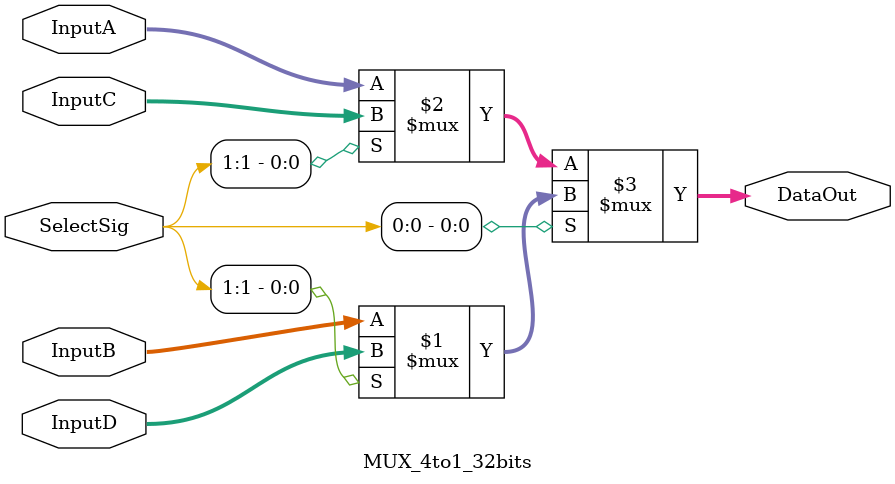
<source format=v>
`timescale 1ns / 1ps


module MUX_4to1_32bits(
    input[1:0] SelectSig,
    input[31:0] InputA,
    input[31:0] InputB,
    input[31:0] InputC,
    input[31:0] InputD,
    output[31:0] DataOut
    );    
    assign DataOut = SelectSig[0] ? (SelectSig[1] ? InputD : InputB):
                                    (SelectSig[1] ? InputC : InputA);
endmodule

</source>
